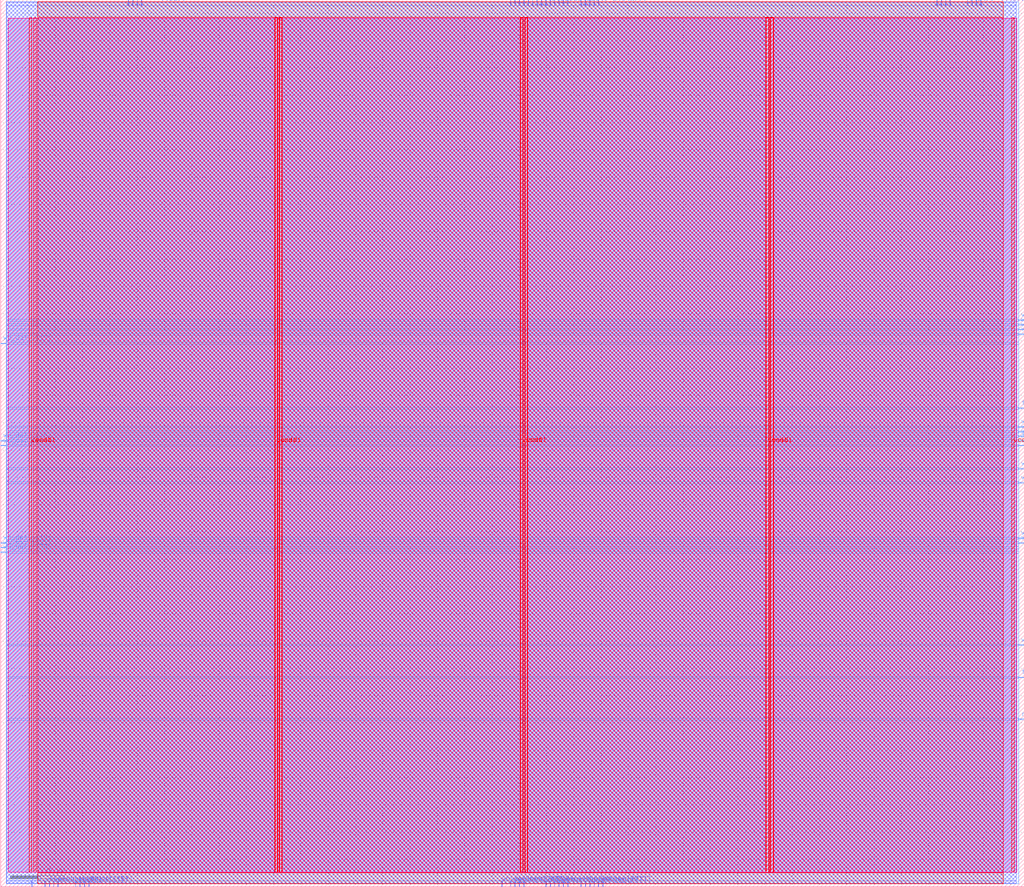
<source format=lef>
VERSION 5.7 ;
  NOWIREEXTENSIONATPIN ON ;
  DIVIDERCHAR "/" ;
  BUSBITCHARS "[]" ;
MACRO mem_byte
  CLASS BLOCK ;
  FOREIGN mem_byte ;
  ORIGIN 0.000 0.000 ;
  SIZE 750.000 BY 650.000 ;
  PIN clk
    DIRECTION INPUT ;
    USE SIGNAL ;
    ANTENNAGATEAREA 0.852000 ;
    ANTENNADIFFAREA 0.434700 ;
    PORT
      LAYER met2 ;
        RECT 22.630 0.000 22.910 4.000 ;
    END
  END clk
  PIN funct3[0]
    DIRECTION INPUT ;
    USE SIGNAL ;
    ANTENNAGATEAREA 0.213000 ;
    PORT
      LAYER met3 ;
        RECT 746.000 350.240 750.000 350.840 ;
    END
  END funct3[0]
  PIN funct3[1]
    DIRECTION INPUT ;
    USE SIGNAL ;
    ANTENNAGATEAREA 0.495000 ;
    PORT
      LAYER met3 ;
        RECT 746.000 153.040 750.000 153.640 ;
    END
  END funct3[1]
  PIN funct3[2]
    DIRECTION INPUT ;
    USE SIGNAL ;
    ANTENNAGATEAREA 0.213000 ;
    PORT
      LAYER met3 ;
        RECT 746.000 326.440 750.000 327.040 ;
    END
  END funct3[2]
  PIN rst
    DIRECTION INPUT ;
    USE SIGNAL ;
    ANTENNAGATEAREA 0.852000 ;
    PORT
      LAYER met3 ;
        RECT 746.000 122.440 750.000 123.040 ;
    END
  END rst
  PIN vccd1
    DIRECTION INOUT ;
    USE POWER ;
    PORT
      LAYER met4 ;
        RECT 21.040 10.640 22.640 636.720 ;
    END
    PORT
      LAYER met4 ;
        RECT 201.040 10.640 202.640 636.720 ;
    END
    PORT
      LAYER met4 ;
        RECT 381.040 10.640 382.640 636.720 ;
    END
    PORT
      LAYER met4 ;
        RECT 561.040 10.640 562.640 636.720 ;
    END
    PORT
      LAYER met4 ;
        RECT 741.040 10.640 742.640 636.720 ;
    END
  END vccd1
  PIN vssd1
    DIRECTION INOUT ;
    USE GROUND ;
    PORT
      LAYER met4 ;
        RECT 24.340 10.640 25.940 636.720 ;
    END
    PORT
      LAYER met4 ;
        RECT 204.340 10.640 205.940 636.720 ;
    END
    PORT
      LAYER met4 ;
        RECT 384.340 10.640 385.940 636.720 ;
    END
    PORT
      LAYER met4 ;
        RECT 564.340 10.640 565.940 636.720 ;
    END
  END vssd1
  PIN wb_ack_o
    DIRECTION OUTPUT ;
    USE SIGNAL ;
    ANTENNADIFFAREA 2.673000 ;
    PORT
      LAYER met2 ;
        RECT 412.250 0.000 412.530 4.000 ;
    END
  END wb_ack_o
  PIN wb_adr_i[0]
    DIRECTION INPUT ;
    USE SIGNAL ;
    ANTENNAGATEAREA 0.247500 ;
    PORT
      LAYER met2 ;
        RECT 93.470 646.000 93.750 650.000 ;
    END
  END wb_adr_i[0]
  PIN wb_adr_i[1]
    DIRECTION INPUT ;
    USE SIGNAL ;
    ANTENNAGATEAREA 0.247500 ;
    PORT
      LAYER met2 ;
        RECT 103.130 646.000 103.410 650.000 ;
    END
  END wb_adr_i[1]
  PIN wb_adr_i[2]
    DIRECTION INPUT ;
    USE SIGNAL ;
    ANTENNAGATEAREA 0.247500 ;
    PORT
      LAYER met2 ;
        RECT 96.690 646.000 96.970 650.000 ;
    END
  END wb_adr_i[2]
  PIN wb_adr_i[3]
    DIRECTION INPUT ;
    USE SIGNAL ;
    ANTENNAGATEAREA 0.247500 ;
    PORT
      LAYER met2 ;
        RECT 99.910 646.000 100.190 650.000 ;
    END
  END wb_adr_i[3]
  PIN wb_adr_i[4]
    DIRECTION INPUT ;
    USE SIGNAL ;
    ANTENNAGATEAREA 0.213000 ;
    PORT
      LAYER met2 ;
        RECT 383.270 646.000 383.550 650.000 ;
    END
  END wb_adr_i[4]
  PIN wb_adr_i[5]
    DIRECTION INPUT ;
    USE SIGNAL ;
    ANTENNAGATEAREA 0.159000 ;
    PORT
      LAYER met2 ;
        RECT 386.490 646.000 386.770 650.000 ;
    END
  END wb_adr_i[5]
  PIN wb_adr_i[6]
    DIRECTION INPUT ;
    USE SIGNAL ;
    ANTENNAGATEAREA 0.213000 ;
    PORT
      LAYER met2 ;
        RECT 389.710 646.000 389.990 650.000 ;
    END
  END wb_adr_i[6]
  PIN wb_cyc_i
    DIRECTION INPUT ;
    USE SIGNAL ;
    ANTENNAGATEAREA 0.126000 ;
    PORT
      LAYER met2 ;
        RECT 409.030 0.000 409.310 4.000 ;
    END
  END wb_cyc_i
  PIN wb_dat_i[0]
    DIRECTION INPUT ;
    USE SIGNAL ;
    ANTENNAGATEAREA 0.426000 ;
    PORT
      LAYER met2 ;
        RECT 695.610 646.000 695.890 650.000 ;
    END
  END wb_dat_i[0]
  PIN wb_dat_i[10]
    DIRECTION INPUT ;
    USE SIGNAL ;
    ANTENNAGATEAREA 0.213000 ;
    PORT
      LAYER met3 ;
        RECT 746.000 251.640 750.000 252.240 ;
    END
  END wb_dat_i[10]
  PIN wb_dat_i[11]
    DIRECTION INPUT ;
    USE SIGNAL ;
    ANTENNAGATEAREA 0.426000 ;
    PORT
      LAYER met2 ;
        RECT 32.290 0.000 32.570 4.000 ;
    END
  END wb_dat_i[11]
  PIN wb_dat_i[12]
    DIRECTION INPUT ;
    USE SIGNAL ;
    ANTENNAGATEAREA 0.247500 ;
    PORT
      LAYER met2 ;
        RECT 714.930 646.000 715.210 650.000 ;
    END
  END wb_dat_i[12]
  PIN wb_dat_i[13]
    DIRECTION INPUT ;
    USE SIGNAL ;
    ANTENNAGATEAREA 0.213000 ;
    PORT
      LAYER met3 ;
        RECT 0.000 251.640 4.000 252.240 ;
    END
  END wb_dat_i[13]
  PIN wb_dat_i[14]
    DIRECTION INPUT ;
    USE SIGNAL ;
    ANTENNAGATEAREA 0.159000 ;
    PORT
      LAYER met3 ;
        RECT 746.000 404.640 750.000 405.240 ;
    END
  END wb_dat_i[14]
  PIN wb_dat_i[15]
    DIRECTION INPUT ;
    USE SIGNAL ;
    ANTENNAGATEAREA 0.196500 ;
    PORT
      LAYER met2 ;
        RECT 58.050 0.000 58.330 4.000 ;
    END
  END wb_dat_i[15]
  PIN wb_dat_i[16]
    DIRECTION INPUT ;
    USE SIGNAL ;
    ANTENNAGATEAREA 0.196500 ;
    PORT
      LAYER met2 ;
        RECT 692.390 646.000 692.670 650.000 ;
    END
  END wb_dat_i[16]
  PIN wb_dat_i[17]
    DIRECTION INPUT ;
    USE SIGNAL ;
    ANTENNAGATEAREA 0.196500 ;
    PORT
      LAYER met3 ;
        RECT 0.000 397.840 4.000 398.440 ;
    END
  END wb_dat_i[17]
  PIN wb_dat_i[18]
    DIRECTION INPUT ;
    USE SIGNAL ;
    ANTENNAGATEAREA 0.213000 ;
    PORT
      LAYER met3 ;
        RECT 0.000 326.440 4.000 327.040 ;
    END
  END wb_dat_i[18]
  PIN wb_dat_i[19]
    DIRECTION INPUT ;
    USE SIGNAL ;
    ANTENNAGATEAREA 0.426000 ;
    PORT
      LAYER met2 ;
        RECT 35.510 0.000 35.790 4.000 ;
    END
  END wb_dat_i[19]
  PIN wb_dat_i[1]
    DIRECTION INPUT ;
    USE SIGNAL ;
    ANTENNAGATEAREA 0.213000 ;
    PORT
      LAYER met3 ;
        RECT 746.000 329.840 750.000 330.440 ;
    END
  END wb_dat_i[1]
  PIN wb_dat_i[20]
    DIRECTION INPUT ;
    USE SIGNAL ;
    ANTENNAGATEAREA 0.247500 ;
    PORT
      LAYER met2 ;
        RECT 711.710 646.000 711.990 650.000 ;
    END
  END wb_dat_i[20]
  PIN wb_dat_i[21]
    DIRECTION INPUT ;
    USE SIGNAL ;
    ANTENNAGATEAREA 0.213000 ;
    PORT
      LAYER met3 ;
        RECT 0.000 248.240 4.000 248.840 ;
    END
  END wb_dat_i[21]
  PIN wb_dat_i[22]
    DIRECTION INPUT ;
    USE SIGNAL ;
    ANTENNAGATEAREA 0.213000 ;
    PORT
      LAYER met3 ;
        RECT 746.000 408.040 750.000 408.640 ;
    END
  END wb_dat_i[22]
  PIN wb_dat_i[23]
    DIRECTION INPUT ;
    USE SIGNAL ;
    ANTENNAGATEAREA 0.196500 ;
    PORT
      LAYER met2 ;
        RECT 54.830 0.000 55.110 4.000 ;
    END
  END wb_dat_i[23]
  PIN wb_dat_i[24]
    DIRECTION INPUT ;
    USE SIGNAL ;
    ANTENNAGATEAREA 0.495000 ;
    PORT
      LAYER met2 ;
        RECT 689.170 646.000 689.450 650.000 ;
    END
  END wb_dat_i[24]
  PIN wb_dat_i[25]
    DIRECTION INPUT ;
    USE SIGNAL ;
    ANTENNAGATEAREA 0.213000 ;
    PORT
      LAYER met3 ;
        RECT 746.000 333.240 750.000 333.840 ;
    END
  END wb_dat_i[25]
  PIN wb_dat_i[26]
    DIRECTION INPUT ;
    USE SIGNAL ;
    ANTENNAGATEAREA 0.213000 ;
    PORT
      LAYER met3 ;
        RECT 0.000 323.040 4.000 323.640 ;
    END
  END wb_dat_i[26]
  PIN wb_dat_i[27]
    DIRECTION INPUT ;
    USE SIGNAL ;
    ANTENNAGATEAREA 0.213000 ;
    PORT
      LAYER met2 ;
        RECT 38.730 0.000 39.010 4.000 ;
    END
  END wb_dat_i[27]
  PIN wb_dat_i[28]
    DIRECTION INPUT ;
    USE SIGNAL ;
    ANTENNAGATEAREA 0.247500 ;
    PORT
      LAYER met2 ;
        RECT 708.490 646.000 708.770 650.000 ;
    END
  END wb_dat_i[28]
  PIN wb_dat_i[29]
    DIRECTION INPUT ;
    USE SIGNAL ;
    ANTENNAGATEAREA 0.213000 ;
    PORT
      LAYER met3 ;
        RECT 0.000 244.840 4.000 245.440 ;
    END
  END wb_dat_i[29]
  PIN wb_dat_i[2]
    DIRECTION INPUT ;
    USE SIGNAL ;
    ANTENNAGATEAREA 0.247500 ;
    PORT
      LAYER met3 ;
        RECT 746.000 255.040 750.000 255.640 ;
    END
  END wb_dat_i[2]
  PIN wb_dat_i[30]
    DIRECTION INPUT ;
    USE SIGNAL ;
    ANTENNAGATEAREA 0.159000 ;
    PORT
      LAYER met3 ;
        RECT 746.000 411.440 750.000 412.040 ;
    END
  END wb_dat_i[30]
  PIN wb_dat_i[31]
    DIRECTION INPUT ;
    USE SIGNAL ;
    ANTENNAGATEAREA 0.426000 ;
    PORT
      LAYER met2 ;
        RECT 61.270 0.000 61.550 4.000 ;
    END
  END wb_dat_i[31]
  PIN wb_dat_i[3]
    DIRECTION INPUT ;
    USE SIGNAL ;
    ANTENNAGATEAREA 0.426000 ;
    PORT
      LAYER met2 ;
        RECT 41.950 0.000 42.230 4.000 ;
    END
  END wb_dat_i[3]
  PIN wb_dat_i[4]
    DIRECTION INPUT ;
    USE SIGNAL ;
    ANTENNAGATEAREA 0.247500 ;
    PORT
      LAYER met2 ;
        RECT 718.150 646.000 718.430 650.000 ;
    END
  END wb_dat_i[4]
  PIN wb_dat_i[5]
    DIRECTION INPUT ;
    USE SIGNAL ;
    ANTENNAGATEAREA 0.213000 ;
    PORT
      LAYER met3 ;
        RECT 746.000 176.840 750.000 177.440 ;
    END
  END wb_dat_i[5]
  PIN wb_dat_i[6]
    DIRECTION INPUT ;
    USE SIGNAL ;
    ANTENNAGATEAREA 0.196500 ;
    PORT
      LAYER met3 ;
        RECT 746.000 414.840 750.000 415.440 ;
    END
  END wb_dat_i[6]
  PIN wb_dat_i[7]
    DIRECTION INPUT ;
    USE SIGNAL ;
    ANTENNAGATEAREA 0.196500 ;
    PORT
      LAYER met2 ;
        RECT 64.490 0.000 64.770 4.000 ;
    END
  END wb_dat_i[7]
  PIN wb_dat_i[8]
    DIRECTION INPUT ;
    USE SIGNAL ;
    ANTENNAGATEAREA 0.426000 ;
    PORT
      LAYER met2 ;
        RECT 685.950 646.000 686.230 650.000 ;
    END
  END wb_dat_i[8]
  PIN wb_dat_i[9]
    DIRECTION INPUT ;
    USE SIGNAL ;
    ANTENNAGATEAREA 0.213000 ;
    PORT
      LAYER met3 ;
        RECT 746.000 336.640 750.000 337.240 ;
    END
  END wb_dat_i[9]
  PIN wb_dat_o[0]
    DIRECTION OUTPUT ;
    USE SIGNAL ;
    ANTENNADIFFAREA 2.673000 ;
    PORT
      LAYER met2 ;
        RECT 425.130 646.000 425.410 650.000 ;
    END
  END wb_dat_o[0]
  PIN wb_dat_o[10]
    DIRECTION OUTPUT ;
    USE SIGNAL ;
    ANTENNADIFFAREA 2.673000 ;
    PORT
      LAYER met3 ;
        RECT 746.000 306.040 750.000 306.640 ;
    END
  END wb_dat_o[10]
  PIN wb_dat_o[11]
    DIRECTION OUTPUT ;
    USE SIGNAL ;
    ANTENNADIFFAREA 2.673000 ;
    PORT
      LAYER met2 ;
        RECT 399.370 0.000 399.650 4.000 ;
    END
  END wb_dat_o[11]
  PIN wb_dat_o[12]
    DIRECTION OUTPUT ;
    USE SIGNAL ;
    ANTENNADIFFAREA 2.673000 ;
    PORT
      LAYER met2 ;
        RECT 399.370 646.000 399.650 650.000 ;
    END
  END wb_dat_o[12]
  PIN wb_dat_o[13]
    DIRECTION OUTPUT ;
    USE SIGNAL ;
    ANTENNADIFFAREA 2.673000 ;
    PORT
      LAYER met2 ;
        RECT 415.470 0.000 415.750 4.000 ;
    END
  END wb_dat_o[13]
  PIN wb_dat_o[14]
    DIRECTION OUTPUT ;
    USE SIGNAL ;
    ANTENNADIFFAREA 2.673000 ;
    PORT
      LAYER met2 ;
        RECT 409.030 646.000 409.310 650.000 ;
    END
  END wb_dat_o[14]
  PIN wb_dat_o[15]
    DIRECTION OUTPUT ;
    USE SIGNAL ;
    ANTENNADIFFAREA 2.673000 ;
    PORT
      LAYER met2 ;
        RECT 431.570 0.000 431.850 4.000 ;
    END
  END wb_dat_o[15]
  PIN wb_dat_o[16]
    DIRECTION OUTPUT ;
    USE SIGNAL ;
    ANTENNADIFFAREA 2.673000 ;
    PORT
      LAYER met2 ;
        RECT 438.010 646.000 438.290 650.000 ;
    END
  END wb_dat_o[16]
  PIN wb_dat_o[17]
    DIRECTION OUTPUT ;
    USE SIGNAL ;
    ANTENNADIFFAREA 2.673000 ;
    PORT
      LAYER met2 ;
        RECT 415.470 646.000 415.750 650.000 ;
    END
  END wb_dat_o[17]
  PIN wb_dat_o[18]
    DIRECTION OUTPUT ;
    USE SIGNAL ;
    ANTENNADIFFAREA 2.673000 ;
    PORT
      LAYER met3 ;
        RECT 746.000 323.040 750.000 323.640 ;
    END
  END wb_dat_o[18]
  PIN wb_dat_o[19]
    DIRECTION OUTPUT ;
    USE SIGNAL ;
    ANTENNADIFFAREA 2.673000 ;
    PORT
      LAYER met2 ;
        RECT 376.830 0.000 377.110 4.000 ;
    END
  END wb_dat_o[19]
  PIN wb_dat_o[1]
    DIRECTION OUTPUT ;
    USE SIGNAL ;
    ANTENNADIFFAREA 2.673000 ;
    PORT
      LAYER met2 ;
        RECT 392.930 646.000 393.210 650.000 ;
    END
  END wb_dat_o[1]
  PIN wb_dat_o[20]
    DIRECTION OUTPUT ;
    USE SIGNAL ;
    ANTENNADIFFAREA 2.673000 ;
    PORT
      LAYER met2 ;
        RECT 380.050 646.000 380.330 650.000 ;
    END
  END wb_dat_o[20]
  PIN wb_dat_o[21]
    DIRECTION OUTPUT ;
    USE SIGNAL ;
    ANTENNADIFFAREA 2.673000 ;
    PORT
      LAYER met2 ;
        RECT 438.010 0.000 438.290 4.000 ;
    END
  END wb_dat_o[21]
  PIN wb_dat_o[22]
    DIRECTION OUTPUT ;
    USE SIGNAL ;
    ANTENNADIFFAREA 2.673000 ;
    PORT
      LAYER met2 ;
        RECT 428.350 646.000 428.630 650.000 ;
    END
  END wb_dat_o[22]
  PIN wb_dat_o[23]
    DIRECTION OUTPUT ;
    USE SIGNAL ;
    ANTENNADIFFAREA 2.673000 ;
    PORT
      LAYER met2 ;
        RECT 428.350 0.000 428.630 4.000 ;
    END
  END wb_dat_o[23]
  PIN wb_dat_o[24]
    DIRECTION OUTPUT ;
    USE SIGNAL ;
    ANTENNADIFFAREA 2.673000 ;
    PORT
      LAYER met2 ;
        RECT 431.570 646.000 431.850 650.000 ;
    END
  END wb_dat_o[24]
  PIN wb_dat_o[25]
    DIRECTION OUTPUT ;
    USE SIGNAL ;
    ANTENNADIFFAREA 2.673000 ;
    PORT
      LAYER met2 ;
        RECT 396.150 646.000 396.430 650.000 ;
    END
  END wb_dat_o[25]
  PIN wb_dat_o[26]
    DIRECTION OUTPUT ;
    USE SIGNAL ;
    ANTENNADIFFAREA 2.673000 ;
    PORT
      LAYER met2 ;
        RECT 373.610 0.000 373.890 4.000 ;
    END
  END wb_dat_o[26]
  PIN wb_dat_o[27]
    DIRECTION OUTPUT ;
    USE SIGNAL ;
    ANTENNADIFFAREA 2.673000 ;
    PORT
      LAYER met2 ;
        RECT 380.050 0.000 380.330 4.000 ;
    END
  END wb_dat_o[27]
  PIN wb_dat_o[28]
    DIRECTION OUTPUT ;
    USE SIGNAL ;
    ANTENNADIFFAREA 2.673000 ;
    PORT
      LAYER met2 ;
        RECT 376.830 646.000 377.110 650.000 ;
    END
  END wb_dat_o[28]
  PIN wb_dat_o[29]
    DIRECTION OUTPUT ;
    USE SIGNAL ;
    ANTENNADIFFAREA 2.673000 ;
    PORT
      LAYER met2 ;
        RECT 434.790 0.000 435.070 4.000 ;
    END
  END wb_dat_o[29]
  PIN wb_dat_o[2]
    DIRECTION OUTPUT ;
    USE SIGNAL ;
    ANTENNADIFFAREA 2.673000 ;
    PORT
      LAYER met3 ;
        RECT 746.000 295.840 750.000 296.440 ;
    END
  END wb_dat_o[2]
  PIN wb_dat_o[30]
    DIRECTION OUTPUT ;
    USE SIGNAL ;
    ANTENNADIFFAREA 2.673000 ;
    PORT
      LAYER met2 ;
        RECT 434.790 646.000 435.070 650.000 ;
    END
  END wb_dat_o[30]
  PIN wb_dat_o[31]
    DIRECTION OUTPUT ;
    USE SIGNAL ;
    ANTENNADIFFAREA 2.673000 ;
    PORT
      LAYER met2 ;
        RECT 441.230 0.000 441.510 4.000 ;
    END
  END wb_dat_o[31]
  PIN wb_dat_o[3]
    DIRECTION OUTPUT ;
    USE SIGNAL ;
    ANTENNADIFFAREA 2.673000 ;
    PORT
      LAYER met2 ;
        RECT 367.170 0.000 367.450 4.000 ;
    END
  END wb_dat_o[3]
  PIN wb_dat_o[4]
    DIRECTION OUTPUT ;
    USE SIGNAL ;
    ANTENNADIFFAREA 2.673000 ;
    PORT
      LAYER met2 ;
        RECT 373.610 646.000 373.890 650.000 ;
    END
  END wb_dat_o[4]
  PIN wb_dat_o[5]
    DIRECTION OUTPUT ;
    USE SIGNAL ;
    ANTENNADIFFAREA 2.673000 ;
    PORT
      LAYER met2 ;
        RECT 383.270 0.000 383.550 4.000 ;
    END
  END wb_dat_o[5]
  PIN wb_dat_o[6]
    DIRECTION OUTPUT ;
    USE SIGNAL ;
    ANTENNADIFFAREA 2.673000 ;
    PORT
      LAYER met2 ;
        RECT 402.590 646.000 402.870 650.000 ;
    END
  END wb_dat_o[6]
  PIN wb_dat_o[7]
    DIRECTION OUTPUT ;
    USE SIGNAL ;
    ANTENNADIFFAREA 2.673000 ;
    PORT
      LAYER met2 ;
        RECT 425.130 0.000 425.410 4.000 ;
    END
  END wb_dat_o[7]
  PIN wb_dat_o[8]
    DIRECTION OUTPUT ;
    USE SIGNAL ;
    ANTENNADIFFAREA 2.673000 ;
    PORT
      LAYER met2 ;
        RECT 412.250 646.000 412.530 650.000 ;
    END
  END wb_dat_o[8]
  PIN wb_dat_o[9]
    DIRECTION OUTPUT ;
    USE SIGNAL ;
    ANTENNADIFFAREA 2.673000 ;
    PORT
      LAYER met2 ;
        RECT 405.810 646.000 406.090 650.000 ;
    END
  END wb_dat_o[9]
  PIN wb_stb_i
    DIRECTION INPUT ;
    USE SIGNAL ;
    ANTENNAGATEAREA 0.126000 ;
    PORT
      LAYER met2 ;
        RECT 402.590 0.000 402.870 4.000 ;
    END
  END wb_stb_i
  PIN wb_we_i
    DIRECTION INPUT ;
    USE SIGNAL ;
    ANTENNAGATEAREA 0.213000 ;
    PORT
      LAYER met2 ;
        RECT 405.810 0.000 406.090 4.000 ;
    END
  END wb_we_i
  OBS
      LAYER nwell ;
        RECT 5.330 10.795 744.470 636.565 ;
      LAYER li1 ;
        RECT 5.520 10.795 744.280 636.565 ;
      LAYER met1 ;
        RECT 4.210 2.420 744.280 648.000 ;
      LAYER met2 ;
        RECT 4.230 645.720 93.190 648.565 ;
        RECT 94.030 645.720 96.410 648.565 ;
        RECT 97.250 645.720 99.630 648.565 ;
        RECT 100.470 645.720 102.850 648.565 ;
        RECT 103.690 645.720 373.330 648.565 ;
        RECT 374.170 645.720 376.550 648.565 ;
        RECT 377.390 645.720 379.770 648.565 ;
        RECT 380.610 645.720 382.990 648.565 ;
        RECT 383.830 645.720 386.210 648.565 ;
        RECT 387.050 645.720 389.430 648.565 ;
        RECT 390.270 645.720 392.650 648.565 ;
        RECT 393.490 645.720 395.870 648.565 ;
        RECT 396.710 645.720 399.090 648.565 ;
        RECT 399.930 645.720 402.310 648.565 ;
        RECT 403.150 645.720 405.530 648.565 ;
        RECT 406.370 645.720 408.750 648.565 ;
        RECT 409.590 645.720 411.970 648.565 ;
        RECT 412.810 645.720 415.190 648.565 ;
        RECT 416.030 645.720 424.850 648.565 ;
        RECT 425.690 645.720 428.070 648.565 ;
        RECT 428.910 645.720 431.290 648.565 ;
        RECT 432.130 645.720 434.510 648.565 ;
        RECT 435.350 645.720 437.730 648.565 ;
        RECT 438.570 645.720 685.670 648.565 ;
        RECT 686.510 645.720 688.890 648.565 ;
        RECT 689.730 645.720 692.110 648.565 ;
        RECT 692.950 645.720 695.330 648.565 ;
        RECT 696.170 645.720 708.210 648.565 ;
        RECT 709.050 645.720 711.430 648.565 ;
        RECT 712.270 645.720 714.650 648.565 ;
        RECT 715.490 645.720 717.870 648.565 ;
        RECT 718.710 645.720 744.180 648.565 ;
        RECT 4.230 4.280 744.180 645.720 ;
        RECT 4.230 2.195 22.350 4.280 ;
        RECT 23.190 2.195 32.010 4.280 ;
        RECT 32.850 2.195 35.230 4.280 ;
        RECT 36.070 2.195 38.450 4.280 ;
        RECT 39.290 2.195 41.670 4.280 ;
        RECT 42.510 2.195 54.550 4.280 ;
        RECT 55.390 2.195 57.770 4.280 ;
        RECT 58.610 2.195 60.990 4.280 ;
        RECT 61.830 2.195 64.210 4.280 ;
        RECT 65.050 2.195 366.890 4.280 ;
        RECT 367.730 2.195 373.330 4.280 ;
        RECT 374.170 2.195 376.550 4.280 ;
        RECT 377.390 2.195 379.770 4.280 ;
        RECT 380.610 2.195 382.990 4.280 ;
        RECT 383.830 2.195 399.090 4.280 ;
        RECT 399.930 2.195 402.310 4.280 ;
        RECT 403.150 2.195 405.530 4.280 ;
        RECT 406.370 2.195 408.750 4.280 ;
        RECT 409.590 2.195 411.970 4.280 ;
        RECT 412.810 2.195 415.190 4.280 ;
        RECT 416.030 2.195 424.850 4.280 ;
        RECT 425.690 2.195 428.070 4.280 ;
        RECT 428.910 2.195 431.290 4.280 ;
        RECT 432.130 2.195 434.510 4.280 ;
        RECT 435.350 2.195 437.730 4.280 ;
        RECT 438.570 2.195 440.950 4.280 ;
        RECT 441.790 2.195 744.180 4.280 ;
      LAYER met3 ;
        RECT 3.990 415.840 746.000 648.545 ;
        RECT 3.990 414.440 745.600 415.840 ;
        RECT 3.990 412.440 746.000 414.440 ;
        RECT 3.990 411.040 745.600 412.440 ;
        RECT 3.990 409.040 746.000 411.040 ;
        RECT 3.990 407.640 745.600 409.040 ;
        RECT 3.990 405.640 746.000 407.640 ;
        RECT 3.990 404.240 745.600 405.640 ;
        RECT 3.990 398.840 746.000 404.240 ;
        RECT 4.400 397.440 746.000 398.840 ;
        RECT 3.990 351.240 746.000 397.440 ;
        RECT 3.990 349.840 745.600 351.240 ;
        RECT 3.990 337.640 746.000 349.840 ;
        RECT 3.990 336.240 745.600 337.640 ;
        RECT 3.990 334.240 746.000 336.240 ;
        RECT 3.990 332.840 745.600 334.240 ;
        RECT 3.990 330.840 746.000 332.840 ;
        RECT 3.990 329.440 745.600 330.840 ;
        RECT 3.990 327.440 746.000 329.440 ;
        RECT 4.400 326.040 745.600 327.440 ;
        RECT 3.990 324.040 746.000 326.040 ;
        RECT 4.400 322.640 745.600 324.040 ;
        RECT 3.990 307.040 746.000 322.640 ;
        RECT 3.990 305.640 745.600 307.040 ;
        RECT 3.990 296.840 746.000 305.640 ;
        RECT 3.990 295.440 745.600 296.840 ;
        RECT 3.990 256.040 746.000 295.440 ;
        RECT 3.990 254.640 745.600 256.040 ;
        RECT 3.990 252.640 746.000 254.640 ;
        RECT 4.400 251.240 745.600 252.640 ;
        RECT 3.990 249.240 746.000 251.240 ;
        RECT 4.400 247.840 746.000 249.240 ;
        RECT 3.990 245.840 746.000 247.840 ;
        RECT 4.400 244.440 746.000 245.840 ;
        RECT 3.990 177.840 746.000 244.440 ;
        RECT 3.990 176.440 745.600 177.840 ;
        RECT 3.990 154.040 746.000 176.440 ;
        RECT 3.990 152.640 745.600 154.040 ;
        RECT 3.990 123.440 746.000 152.640 ;
        RECT 3.990 122.040 745.600 123.440 ;
        RECT 3.990 2.215 746.000 122.040 ;
      LAYER met4 ;
        RECT 26.975 637.120 734.785 648.545 ;
        RECT 26.975 10.240 200.640 637.120 ;
        RECT 203.040 10.240 203.940 637.120 ;
        RECT 206.340 10.240 380.640 637.120 ;
        RECT 383.040 10.240 383.940 637.120 ;
        RECT 386.340 10.240 560.640 637.120 ;
        RECT 563.040 10.240 563.940 637.120 ;
        RECT 566.340 10.240 734.785 637.120 ;
        RECT 26.975 2.215 734.785 10.240 ;
  END
END mem_byte
END LIBRARY


</source>
